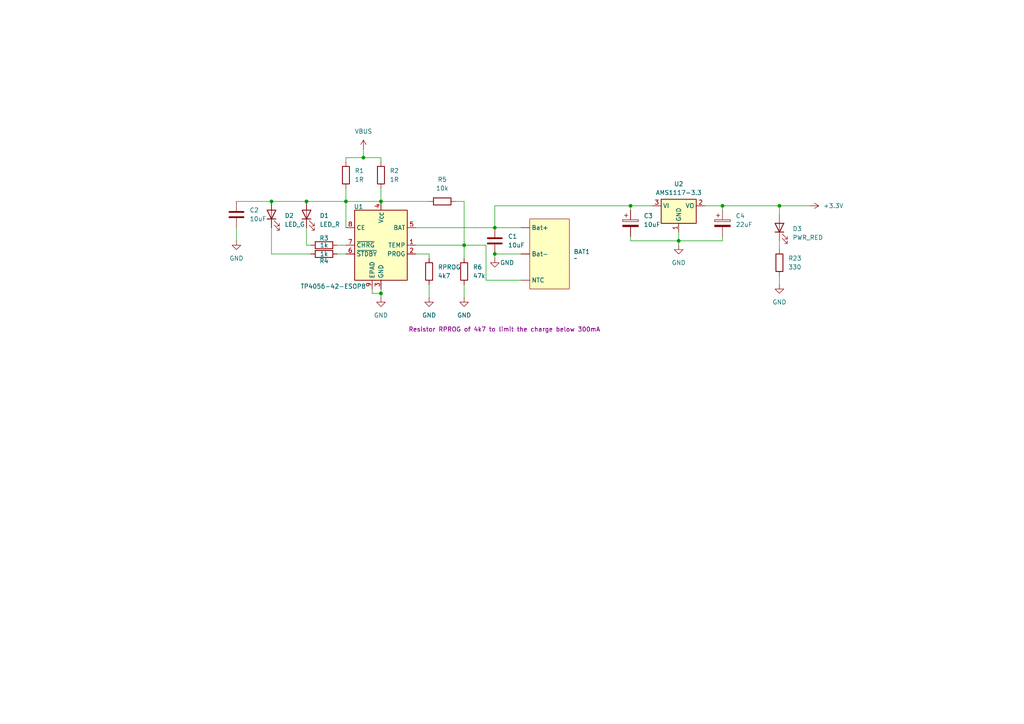
<source format=kicad_sch>
(kicad_sch (version 20250114) (generator "eeschema") (generator_version "9.0")
  (paper "A4")
  (title_block (title "Power Supply") (date "2025-06-19") (rev "1.0") (company "Thomas Faucherre"))
  (lib_symbols
    (symbol "Battery_Management:TP4056-42-ESOP8"
      (property "Reference" "U" (at -6.604 11.684 0))
      (property "Value" "TP4056-42-ESOP8" (at 10.16 11.684 0))
      (symbol "TP4056-42-ESOP8_1_0"
        (pin input line (at -10.16 5.08 0) (length 2.54) (name "CE") (number "8"))
        (pin open_collector line (at -10.16 0 0) (length 2.54) (name "~{CHRG}") (number "7"))
        (pin open_collector line (at -10.16 -2.54 0) (length 2.54) (name "~{STDBY}") (number "6"))
        (pin passive line (at -2.54 -12.7 90) (length 2.54) (name "EPAD") (number "9"))
        (pin power_in line (at 0 12.7 270) (length 2.54) (name "V_{CC}") (number "4"))
        (pin power_in line (at 0 -12.7 90) (length 2.54) (name "GND") (number "3"))
        (pin power_out line (at 10.16 5.08 180) (length 2.54) (name "BAT") (number "5"))
        (pin input line (at 10.16 0 180) (length 2.54) (name "TEMP") (number "1"))
        (pin passive line (at 10.16 -2.54 180) (length 2.54) (name "PROG") (number "2"))
      )
      (symbol "TP4056-42-ESOP8_1_1"
        (rectangle (start -7.62 10.16) (end 7.62 -10.16) (stroke (width 0.254)) (fill (type background)))
      )
    )
    (symbol "Device:C" (pin_numbers (hide yes)) (pin_names (offset 0.254))
      (property "Reference" "C" (at 0.635 2.54 0))
      (property "Value" "C" (at 0.635 -2.54 0))
      (symbol "C_0_1"
        (polyline (pts (xy -2.032 0.762) (xy 2.032 0.762)) (stroke (width 0.508)))
        (polyline (pts (xy -2.032 -0.762) (xy 2.032 -0.762)) (stroke (width 0.508)))
      )
      (symbol "C_1_1"
        (pin passive line (at 0 3.81 270) (length 2.794) (name "~") (number "1"))
        (pin passive line (at 0 -3.81 90) (length 2.794) (name "~") (number "2"))
      )
    )
    (symbol "Device:C_Polarized" (pin_numbers (hide yes)) (pin_names (offset 0.254))
      (property "Reference" "C" (at 0.635 2.54 0))
      (property "Value" "C_Polarized" (at 0.635 -2.54 0))
      (symbol "C_Polarized_0_1"
        (rectangle (start -2.286 0.508) (end 2.286 1.016))
        (polyline (pts (xy -1.778 2.286) (xy -0.762 2.286)))
        (polyline (pts (xy -1.27 2.794) (xy -1.27 1.778)))
        (rectangle (start 2.286 -0.508) (end -2.286 -1.016) (fill (type outline)))
      )
      (symbol "C_Polarized_1_1"
        (pin passive line (at 0 3.81 270) (length 2.794) (name "~") (number "1"))
        (pin passive line (at 0 -3.81 90) (length 2.794) (name "~") (number "2"))
      )
    )
    (symbol "Device:LED" (pin_numbers (hide yes)) (pin_names (offset 1.016) (hide yes))
      (property "Reference" "D" (at 0 2.54 0))
      (property "Value" "LED" (at 0 -2.54 0))
      (symbol "LED_0_1"
        (polyline (pts (xy -3.048 -0.762) (xy -4.572 -2.286) (xy -3.81 -2.286) (xy -4.572 -2.286) (xy -4.572 -1.524)))
        (polyline (pts (xy -1.778 -0.762) (xy -3.302 -2.286) (xy -2.54 -2.286) (xy -3.302 -2.286) (xy -3.302 -1.524)))
        (polyline (pts (xy -1.27 0) (xy 1.27 0)))
        (polyline (pts (xy -1.27 -1.27) (xy -1.27 1.27)) (stroke (width 0.254)))
        (polyline (pts (xy 1.27 -1.27) (xy 1.27 1.27) (xy -1.27 0) (xy 1.27 -1.27)) (stroke (width 0.254)))
      )
      (symbol "LED_1_1"
        (pin passive line (at -3.81 0 0) (length 2.54) (name "K") (number "1"))
        (pin passive line (at 3.81 0 180) (length 2.54) (name "A") (number "2"))
      )
    )
    (symbol "Device:R" (pin_numbers (hide yes)) (pin_names (offset 0))
      (property "Reference" "R" (at 2.032 0 90))
      (property "Value" "R" (at 0 0 90))
      (symbol "R_0_1"
        (rectangle (start -1.016 -2.54) (end 1.016 2.54) (stroke (width 0.254)))
      )
      (symbol "R_1_1"
        (pin passive line (at 0 3.81 270) (length 1.27) (name "~") (number "1"))
        (pin passive line (at 0 -3.81 90) (length 1.27) (name "~") (number "2"))
      )
    )
    (symbol "MyLibrary:Battery_3.7V_NTC"
      (property "Reference" "BAT" (at 0 -2.54 0))
      (symbol "Battery_3.7V_NTC_1_1"
        (rectangle (start -1.27 -3.81) (end 10.16 -24.13) (fill (type background)))
        (pin power_in line (at -3.81 -6.35 0) (length 2.54) (name "Bat+") (number ""))
        (pin power_in line (at -3.81 -13.97 0) (length 2.54) (name "Bat-") (number ""))
        (pin input line (at -3.81 -21.59 0) (length 2.54) (name "NTC") (number ""))
      )
    )
    (symbol "Regulator_Linear:AMS1117-3.3"
      (property "Reference" "U" (at -3.81 3.175 0))
      (property "Value" "AMS1117-3.3" (at 0 3.175 0))
      (symbol "AMS1117-3.3_0_1"
        (rectangle (start -5.08 -5.08) (end 5.08 1.905) (stroke (width 0.254)) (fill (type background)))
      )
      (symbol "AMS1117-3.3_1_1"
        (pin power_in line (at -7.62 0 0) (length 2.54) (name "VI") (number "3"))
        (pin power_in line (at 0 -7.62 90) (length 2.54) (name "GND") (number "1"))
        (pin power_out line (at 7.62 0 180) (length 2.54) (name "VO") (number "2"))
      )
    )
    (symbol "power:+3.3V" (power) (pin_numbers (hide yes)) (pin_names (offset 0) (hide yes))
      (property "Value" "+3.3V" (at 0 3.556 0))
      (symbol "+3.3V_0_1"
        (polyline (pts (xy -0.762 1.27) (xy 0 2.54)))
        (polyline (pts (xy 0 2.54) (xy 0.762 1.27)))
        (polyline (pts (xy 0 0) (xy 0 2.54)))
      )
      (symbol "+3.3V_1_1"
        (pin power_in line (at 0 0 90) (length 0) (name "~") (number "1"))
      )
    )
    (symbol "power:GND" (power) (pin_numbers (hide yes)) (pin_names (offset 0) (hide yes))
      (property "Value" "GND" (at 0 -3.81 0))
      (symbol "GND_0_1"
        (polyline (pts (xy 0 0) (xy 0 -1.27) (xy 1.27 -1.27) (xy 0 -2.54) (xy -1.27 -1.27) (xy 0 -1.27)))
      )
      (symbol "GND_1_1"
        (pin power_in line (at 0 0 270) (length 0) (name "~") (number "1"))
      )
    )
    (symbol "power:VBUS" (power) (pin_numbers (hide yes)) (pin_names (offset 0) (hide yes))
      (property "Value" "VBUS" (at 0 3.556 0))
      (symbol "VBUS_0_1"
        (polyline (pts (xy -0.762 1.27) (xy 0 2.54)))
        (polyline (pts (xy 0 2.54) (xy 0.762 1.27)))
        (polyline (pts (xy 0 0) (xy 0 2.54)))
      )
      (symbol "VBUS_1_1"
        (pin power_in line (at 0 0 90) (length 0) (name "~") (number "1"))
      )
    )
  )
  (junction (at 110.49 58.42))
  (junction (at 209.55 59.69))
  (junction (at 100.33 58.42))
  (junction (at 182.88 59.69))
  (junction (at 196.85 69.85))
  (junction (at 134.62 71.12))
  (junction (at 78.74 58.42))
  (junction (at 143.51 66.04))
  (junction (at 88.9 58.42))
  (junction (at 105.41 45.72))
  (junction (at 226.06 59.69))
  (junction (at 110.49 85.09))
  (junction (at 143.51 73.66))
  (wire (pts (xy 110.49 83.82) (xy 110.49 85.09)))
  (wire (pts (xy 134.62 58.42) (xy 134.62 71.12)))
  (wire (pts (xy 226.06 59.69) (xy 226.06 62.23)))
  (wire (pts (xy 110.49 85.09) (xy 110.49 86.36)))
  (wire (pts (xy 110.49 58.42) (xy 124.46 58.42)))
  (wire (pts (xy 132.08 58.42) (xy 134.62 58.42)))
  (wire (pts (xy 100.33 58.42) (xy 110.49 58.42)))
  (wire (pts (xy 100.33 58.42) (xy 100.33 66.04)))
  (wire (pts (xy 182.88 59.69) (xy 182.88 60.96)))
  (wire (pts (xy 88.9 66.04) (xy 88.9 71.12)))
  (wire (pts (xy 134.62 71.12) (xy 134.62 74.93)))
  (wire (pts (xy 100.33 45.72) (xy 105.41 45.72)))
  (wire (pts (xy 134.62 71.12) (xy 140.97 71.12)))
  (wire (pts (xy 143.51 74.93) (xy 143.51 73.66)))
  (wire (pts (xy 124.46 73.66) (xy 124.46 74.93)))
  (wire (pts (xy 107.95 83.82) (xy 107.95 85.09)))
  (wire (pts (xy 209.55 59.69) (xy 204.47 59.69)))
  (wire (pts (xy 140.97 71.12) (xy 140.97 81.28)))
  (wire (pts (xy 182.88 69.85) (xy 196.85 69.85)))
  (wire (pts (xy 68.58 58.42) (xy 78.74 58.42)))
  (wire (pts (xy 140.97 81.28) (xy 151.13 81.28)))
  (wire (pts (xy 124.46 82.55) (xy 124.46 86.36)))
  (wire (pts (xy 134.62 82.55) (xy 134.62 86.36)))
  (wire (pts (xy 120.65 73.66) (xy 124.46 73.66)))
  (wire (pts (xy 151.13 73.66) (xy 143.51 73.66)))
  (wire (pts (xy 100.33 46.99) (xy 100.33 45.72)))
  (wire (pts (xy 97.79 71.12) (xy 100.33 71.12)))
  (wire (pts (xy 226.06 59.69) (xy 234.95 59.69)))
  (wire (pts (xy 110.49 45.72) (xy 105.41 45.72)))
  (wire (pts (xy 209.55 60.96) (xy 209.55 59.69)))
  (wire (pts (xy 78.74 73.66) (xy 78.74 66.04)))
  (wire (pts (xy 209.55 59.69) (xy 226.06 59.69)))
  (wire (pts (xy 143.51 66.04) (xy 143.51 59.69)))
  (wire (pts (xy 68.58 66.04) (xy 68.58 69.85)))
  (wire (pts (xy 90.17 73.66) (xy 78.74 73.66)))
  (wire (pts (xy 196.85 71.12) (xy 196.85 69.85)))
  (wire (pts (xy 107.95 85.09) (xy 110.49 85.09)))
  (wire (pts (xy 88.9 71.12) (xy 90.17 71.12)))
  (wire (pts (xy 196.85 67.31) (xy 196.85 69.85)))
  (wire (pts (xy 105.41 43.18) (xy 105.41 45.72)))
  (wire (pts (xy 100.33 54.61) (xy 100.33 58.42)))
  (wire (pts (xy 182.88 69.85) (xy 182.88 68.58)))
  (wire (pts (xy 110.49 54.61) (xy 110.49 58.42)))
  (wire (pts (xy 143.51 59.69) (xy 182.88 59.69)))
  (wire (pts (xy 120.65 71.12) (xy 134.62 71.12)))
  (wire (pts (xy 226.06 80.01) (xy 226.06 82.55)))
  (wire (pts (xy 88.9 58.42) (xy 100.33 58.42)))
  (wire (pts (xy 209.55 68.58) (xy 209.55 69.85)))
  (wire (pts (xy 120.65 66.04) (xy 143.51 66.04)))
  (wire (pts (xy 182.88 59.69) (xy 189.23 59.69)))
  (wire (pts (xy 78.74 58.42) (xy 88.9 58.42)))
  (wire (pts (xy 97.79 73.66) (xy 100.33 73.66)))
  (wire (pts (xy 151.13 66.04) (xy 143.51 66.04)))
  (wire (pts (xy 226.06 69.85) (xy 226.06 72.39)))
  (wire (pts (xy 209.55 69.85) (xy 196.85 69.85)))
  (wire (pts (xy 110.49 46.99) (xy 110.49 45.72)))
  (symbol (lib_id "power:GND") (at 196.85 71.12 0) (unit 1)
    (property "Reference" "#PWR07" (effects (hide yes)))
    (property "Value" "GND" (at 196.85 76.2 0))
    (property "Description" "Power symbol creates a global label with name \"GND\" , ground" (effects (hide yes)))
  )
  (symbol (lib_id "Regulator_Linear:AMS1117-3.3") (at 196.85 59.69 0) (unit 1)
    (property "Reference" "U2" (at 196.85 53.34 0))
    (property "Value" "AMS1117-3.3" (at 196.85 55.88 0))
    (property "Footprint" "Package_TO_SOT_SMD:SOT-223-3_TabPin2" (effects (hide yes)))
    (property "Datasheet" "http://www.advanced-monolithic.com/pdf/ds1117.pdf" (effects (hide yes)))
    (property "Description" "1A Low Dropout regulator, positive, 3.3V fixed output, SOT-223" (effects (hide yes)))
  )
  (symbol (lib_id "Device:C_Polarized") (at 209.55 64.77 0) (unit 1)
    (property "Reference" "C4" (at 213.36 62.6109 0) (effects (justify left)))
    (property "Value" "22uF" (at 213.36 65.1509 0) (effects (justify left)))
    (property "Description" "Polarized capacitor" (effects (hide yes)))
  )
  (symbol (lib_id "Device:R") (at 124.46 78.74 0) (unit 1)
    (property "Reference" "RPROG" (at 127 77.4699 0) (effects (justify left)))
    (property "Value" "4k7" (at 127 80.0099 0) (effects (justify left)))
    (property "Description" "Resistor RPROG of 4k7 to limit the charge below 300mA" (at 146.304 95.504 0))
  )
  (symbol (lib_id "Device:R") (at 226.06 76.2 0) (unit 1)
    (property "Reference" "R23" (at 228.6 74.9299 0) (effects (justify left)))
    (property "Value" "330" (at 228.6 77.4699 0) (effects (justify left)))
    (property "Description" "Resistor" (effects (hide yes)))
  )
  (symbol (lib_id "Device:R") (at 93.98 73.66 270) (unit 1)
    (property "Reference" "R4" (at 93.98 75.692 90))
    (property "Value" "1k" (at 93.98 73.66 90))
    (property "Description" "Resistor" (effects (hide yes)))
  )
  (symbol (lib_id "MyLibrary:Battery_3.7V_NTC") (at 154.94 59.69 0) (unit 1)
    (property "Reference" "BAT1" (at 166.37 73.0249 0) (effects (justify left)))
    (property "Value" "~" (at 166.37 74.93 0) (effects (justify left)))
    (property "Description" "3.7 V Li-ion battery with integrated NTC" (effects (hide yes)))
  )
  (symbol (lib_id "power:GND") (at 143.51 74.93 0) (unit 1)
    (property "Reference" "#PWR05" (effects (hide yes)))
    (property "Value" "GND" (at 147.066 76.2 0))
    (property "Description" "Power symbol creates a global label with name \"GND\" , ground" (effects (hide yes)))
  )
  (symbol (lib_id "Device:R") (at 128.27 58.42 90) (unit 1)
    (property "Reference" "R5" (at 128.27 52.07 90))
    (property "Value" "10k" (at 128.27 54.61 90))
    (property "Description" "Resistor" (effects (hide yes)))
  )
  (symbol (lib_id "Device:R") (at 100.33 50.8 0) (unit 1)
    (property "Reference" "R1" (at 102.87 49.5299 0) (effects (justify left)))
    (property "Value" "1R" (at 102.87 52.0699 0) (effects (justify left)))
    (property "Description" "Resistor" (effects (hide yes)))
  )
  (symbol (lib_id "Device:LED") (at 88.9 62.23 90) (unit 1)
    (property "Reference" "D1" (at 92.71 62.5474 90) (effects (justify right)))
    (property "Value" "LED_R" (at 92.71 65.0874 90) (effects (justify right)))
    (property "Description" "Light emitting diode" (effects (hide yes)))
    (property "Sim.Pins" "1=K 2=A" (effects (hide yes)))
  )
  (symbol (lib_id "Device:C_Polarized") (at 182.88 64.77 0) (unit 1)
    (property "Reference" "C3" (at 186.69 62.6109 0) (effects (justify left)))
    (property "Value" "10uF" (at 186.69 65.1509 0) (effects (justify left)))
    (property "Description" "Polarized capacitor" (effects (hide yes)))
  )
  (symbol (lib_id "Device:R") (at 93.98 71.12 270) (unit 1)
    (property "Reference" "R3" (at 93.98 69.088 90))
    (property "Value" "1k" (at 93.98 71.12 90))
    (property "Description" "Resistor" (effects (hide yes)))
  )
  (symbol (lib_id "Battery_Management:TP4056-42-ESOP8") (at 110.49 71.12 0) (unit 1)
    (property "Reference" "U1" (at 102.616 59.944 0) (effects (justify left)))
    (property "Value" "TP4056-42-ESOP8" (at 87.122 83.058 0) (effects (justify left)))
    (property "Footprint" "Package_SO:SOIC-8-1EP_3.9x4.9mm_P1.27mm_EP2.41x3.3mm_ThermalVias" (effects (hide yes)))
    (property "Datasheet" "https://www.lcsc.com/datasheet/lcsc_datasheet_2410121619_TOPPOWER-Nanjing-Extension-Microelectronics-TP4056-42-ESOP8_C16581.pdf" (effects (hide yes)))
    (property "Description" "1A Standalone Linear Li-ion/LiPo single-cell battery charger, 4.2V ±1% charge voltage, VCC = 4.0..8.0V, SOIC-8 (SOP-8)" (effects (hide yes)))
  )
  (symbol (lib_id "power:GND") (at 68.58 69.85 0) (unit 1)
    (property "Reference" "#PWR03" (effects (hide yes)))
    (property "Value" "GND" (at 68.58 74.93 0))
    (property "Description" "Power symbol creates a global label with name \"GND\" , ground" (effects (hide yes)))
  )
  (symbol (lib_id "Device:C") (at 68.58 62.23 0) (unit 1)
    (property "Reference" "C2" (at 72.39 60.9599 0) (effects (justify left)))
    (property "Value" "10uF" (at 72.39 63.4999 0) (effects (justify left)))
    (property "Description" "Unpolarized capacitor" (effects (hide yes)))
  )
  (symbol (lib_id "Device:LED") (at 78.74 62.23 90) (unit 1)
    (property "Reference" "D2" (at 82.55 62.5474 90) (effects (justify right)))
    (property "Value" "LED_G" (at 82.55 65.0874 90) (effects (justify right)))
    (property "Description" "Light emitting diode" (effects (hide yes)))
    (property "Sim.Pins" "1=K 2=A" (effects (hide yes)))
  )
  (symbol (lib_id "power:VBUS") (at 105.41 43.18 0) (unit 1)
    (property "Reference" "#PWR01" (effects (hide yes)))
    (property "Value" "VBUS" (at 105.41 38.1 0))
    (property "Description" "Power symbol creates a global label with name \"VBUS\"" (effects (hide yes)))
  )
  (symbol (lib_id "power:GND") (at 134.62 86.36 0) (unit 1)
    (property "Reference" "#PWR06" (effects (hide yes)))
    (property "Value" "GND" (at 134.62 91.44 0))
    (property "Description" "Power symbol creates a global label with name \"GND\" , ground" (effects (hide yes)))
  )
  (symbol (lib_id "Device:C") (at 143.51 69.85 0) (unit 1)
    (property "Reference" "C1" (at 147.32 68.5799 0) (effects (justify left)))
    (property "Value" "10uF" (at 147.32 71.1199 0) (effects (justify left)))
    (property "Description" "Unpolarized capacitor" (effects (hide yes)))
  )
  (symbol (lib_id "Device:LED") (at 226.06 66.04 90) (unit 1)
    (property "Reference" "D3" (at 229.87 66.3574 90) (effects (justify right)))
    (property "Value" "PWR_RED" (at 229.87 68.8974 90) (effects (justify right)))
    (property "Description" "Light emitting diode" (effects (hide yes)))
    (property "Sim.Pins" "1=K 2=A" (effects (hide yes)))
  )
  (symbol (lib_id "power:GND") (at 124.46 86.36 0) (unit 1)
    (property "Reference" "#PWR04" (effects (hide yes)))
    (property "Value" "GND" (at 124.46 91.44 0))
    (property "Description" "Power symbol creates a global label with name \"GND\" , ground" (effects (hide yes)))
  )
  (symbol (lib_id "Device:R") (at 110.49 50.8 0) (unit 1)
    (property "Reference" "R2" (at 113.03 49.5299 0) (effects (justify left)))
    (property "Value" "1R" (at 113.03 52.0699 0) (effects (justify left)))
    (property "Description" "Resistor" (effects (hide yes)))
  )
  (symbol (lib_id "power:GND") (at 226.06 82.55 0) (unit 1)
    (property "Reference" "#PWR024" (effects (hide yes)))
    (property "Value" "GND" (at 226.06 87.63 0))
    (property "Description" "Power symbol creates a global label with name \"GND\" , ground" (effects (hide yes)))
  )
  (symbol (lib_id "Device:R") (at 134.62 78.74 0) (unit 1)
    (property "Reference" "R6" (at 137.16 77.4699 0) (effects (justify left)))
    (property "Value" "47k" (at 137.16 80.0099 0) (effects (justify left)))
    (property "Description" "Resistor" (effects (hide yes)))
  )
  (symbol (lib_id "power:GND") (at 110.49 86.36 0) (unit 1)
    (property "Reference" "#PWR02" (effects (hide yes)))
    (property "Value" "GND" (at 110.49 91.44 0))
    (property "Description" "Power symbol creates a global label with name \"GND\" , ground" (effects (hide yes)))
  )
  (symbol (lib_id "power:+3.3V") (at 234.95 59.69 270) (unit 1)
    (property "Reference" "#PWR08" (effects (hide yes)))
    (property "Value" "+3.3V" (at 238.76 59.6899 90) (effects (justify left)))
    (property "Description" "Power symbol creates a global label with name \"+3.3V\"" (effects (hide yes)))
  )
)
</source>
